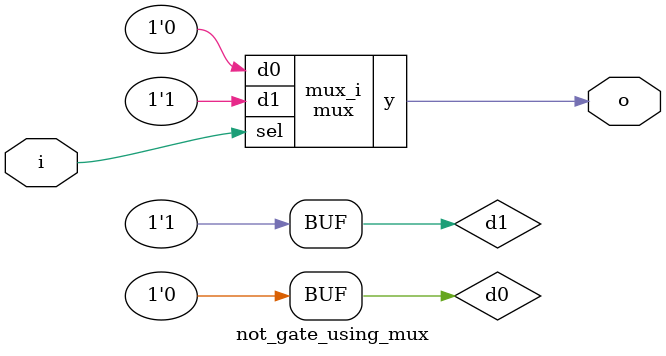
<source format=sv>

module mux
(
  input  d0, d1,
  input  sel,
  output y
);

  assign y = sel ? d1 : d0;

endmodule

//----------------------------------------------------------------------------
// Task
//----------------------------------------------------------------------------

module not_gate_using_mux
(
    input  i,
    output o
);

  // Task:
  // Implement not gate using instance(s) of mux,
  // constants 0 and 1, and wire connections

  wire d0, d1;

  assign d0 = 1'b0; 
  assign d1 = 1'b1; 

  mux mux_i (
    .d0(d0),
    .d1(d1),
    .sel(i),
    .y(o)
  );

endmodule

</source>
